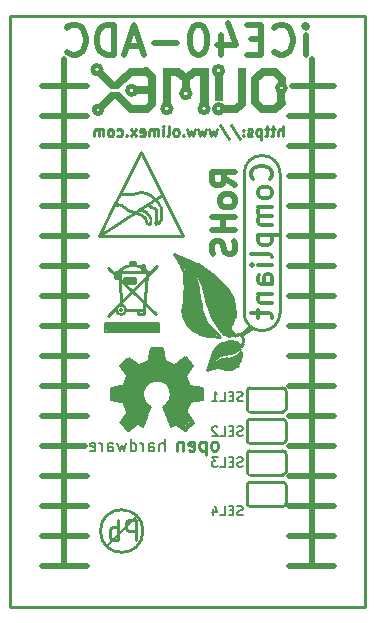
<source format=gbr>
G04 #@! TF.FileFunction,Legend,Bot*
%FSLAX46Y46*%
G04 Gerber Fmt 4.6, Leading zero omitted, Abs format (unit mm)*
G04 Created by KiCad (PCBNEW 4.0.1-3.201512221401+6198~38~ubuntu15.10.1-stable) date Thu 31 Mar 2016 12:50:45 PM EEST*
%MOMM*%
G01*
G04 APERTURE LIST*
%ADD10C,0.100000*%
%ADD11C,0.508000*%
%ADD12C,0.222250*%
%ADD13C,0.254000*%
%ADD14C,1.000000*%
%ADD15C,0.150000*%
%ADD16C,0.370000*%
%ADD17C,0.380000*%
%ADD18C,0.400000*%
%ADD19C,0.420000*%
%ADD20C,0.200000*%
%ADD21C,0.127000*%
%ADD22C,0.700000*%
%ADD23C,0.500000*%
%ADD24C,0.180000*%
%ADD25C,0.350000*%
G04 APERTURE END LIST*
D10*
D11*
X148590000Y-116586000D02*
X152400000Y-116586000D01*
X127635000Y-116586000D02*
X131445000Y-116586000D01*
X127635000Y-75946000D02*
X131445000Y-75946000D01*
X127635000Y-78486000D02*
X131445000Y-78486000D01*
X127635000Y-81026000D02*
X131445000Y-81026000D01*
X127635000Y-83566000D02*
X131445000Y-83566000D01*
X127635000Y-86106000D02*
X131445000Y-86106000D01*
X127635000Y-88646000D02*
X131445000Y-88646000D01*
X127635000Y-91186000D02*
X131445000Y-91186000D01*
X127635000Y-93726000D02*
X131445000Y-93726000D01*
X127635000Y-96266000D02*
X131445000Y-96266000D01*
X127635000Y-98806000D02*
X131445000Y-98806000D01*
X127635000Y-101346000D02*
X131445000Y-101346000D01*
X127635000Y-103886000D02*
X131445000Y-103886000D01*
X127635000Y-106426000D02*
X131318000Y-106426000D01*
X127635000Y-108966000D02*
X131445000Y-108966000D01*
X127635000Y-111506000D02*
X131445000Y-111506000D01*
X127635000Y-114046000D02*
X131445000Y-114046000D01*
X148844000Y-75946000D02*
X152400000Y-75946000D01*
X148590000Y-78486000D02*
X152400000Y-78486000D01*
X148590000Y-81026000D02*
X152400000Y-81026000D01*
X148590000Y-83566000D02*
X152400000Y-83566000D01*
X148590000Y-86106000D02*
X152400000Y-86106000D01*
X148590000Y-88646000D02*
X152400000Y-88646000D01*
X148590000Y-91186000D02*
X152400000Y-91186000D01*
X148590000Y-93726000D02*
X152400000Y-93726000D01*
X148590000Y-96266000D02*
X152400000Y-96266000D01*
X148590000Y-98806000D02*
X152400000Y-98806000D01*
X148590000Y-101346000D02*
X152400000Y-101346000D01*
X148590000Y-103886000D02*
X152400000Y-103886000D01*
X148590000Y-106426000D02*
X152400000Y-106426000D01*
X148590000Y-108966000D02*
X152400000Y-108966000D01*
X148590000Y-111506000D02*
X152400000Y-111506000D01*
X148590000Y-114046000D02*
X152400000Y-114046000D01*
X150495000Y-73660000D02*
X150495000Y-116586000D01*
X129540000Y-116586000D02*
X129540000Y-73660000D01*
D12*
X148060831Y-80158167D02*
X148060831Y-79269167D01*
X147679831Y-80158167D02*
X147679831Y-79692500D01*
X147722165Y-79607833D01*
X147806831Y-79565500D01*
X147933831Y-79565500D01*
X148018498Y-79607833D01*
X148060831Y-79650167D01*
X147383498Y-79565500D02*
X147044832Y-79565500D01*
X147256498Y-79269167D02*
X147256498Y-80031167D01*
X147214165Y-80115833D01*
X147129498Y-80158167D01*
X147044832Y-80158167D01*
X146875498Y-79565500D02*
X146536832Y-79565500D01*
X146748498Y-79269167D02*
X146748498Y-80031167D01*
X146706165Y-80115833D01*
X146621498Y-80158167D01*
X146536832Y-80158167D01*
X146240498Y-79565500D02*
X146240498Y-80454500D01*
X146240498Y-79607833D02*
X146155832Y-79565500D01*
X145986498Y-79565500D01*
X145901832Y-79607833D01*
X145859498Y-79650167D01*
X145817165Y-79734833D01*
X145817165Y-79988833D01*
X145859498Y-80073500D01*
X145901832Y-80115833D01*
X145986498Y-80158167D01*
X146155832Y-80158167D01*
X146240498Y-80115833D01*
X145478499Y-80115833D02*
X145393832Y-80158167D01*
X145224499Y-80158167D01*
X145139832Y-80115833D01*
X145097499Y-80031167D01*
X145097499Y-79988833D01*
X145139832Y-79904167D01*
X145224499Y-79861833D01*
X145351499Y-79861833D01*
X145436165Y-79819500D01*
X145478499Y-79734833D01*
X145478499Y-79692500D01*
X145436165Y-79607833D01*
X145351499Y-79565500D01*
X145224499Y-79565500D01*
X145139832Y-79607833D01*
X144716498Y-80073500D02*
X144674165Y-80115833D01*
X144716498Y-80158167D01*
X144758832Y-80115833D01*
X144716498Y-80073500D01*
X144716498Y-80158167D01*
X144716498Y-79607833D02*
X144674165Y-79650167D01*
X144716498Y-79692500D01*
X144758832Y-79650167D01*
X144716498Y-79607833D01*
X144716498Y-79692500D01*
X143658165Y-79226833D02*
X144420165Y-80369833D01*
X142726832Y-79226833D02*
X143488832Y-80369833D01*
X142515166Y-79565500D02*
X142345833Y-80158167D01*
X142176499Y-79734833D01*
X142007166Y-80158167D01*
X141837833Y-79565500D01*
X141583833Y-79565500D02*
X141414500Y-80158167D01*
X141245166Y-79734833D01*
X141075833Y-80158167D01*
X140906500Y-79565500D01*
X140652500Y-79565500D02*
X140483167Y-80158167D01*
X140313833Y-79734833D01*
X140144500Y-80158167D01*
X139975167Y-79565500D01*
X139636500Y-80073500D02*
X139594167Y-80115833D01*
X139636500Y-80158167D01*
X139678834Y-80115833D01*
X139636500Y-80073500D01*
X139636500Y-80158167D01*
X139086167Y-80158167D02*
X139170834Y-80115833D01*
X139213167Y-80073500D01*
X139255501Y-79988833D01*
X139255501Y-79734833D01*
X139213167Y-79650167D01*
X139170834Y-79607833D01*
X139086167Y-79565500D01*
X138959167Y-79565500D01*
X138874501Y-79607833D01*
X138832167Y-79650167D01*
X138789834Y-79734833D01*
X138789834Y-79988833D01*
X138832167Y-80073500D01*
X138874501Y-80115833D01*
X138959167Y-80158167D01*
X139086167Y-80158167D01*
X138281834Y-80158167D02*
X138366501Y-80115833D01*
X138408834Y-80031167D01*
X138408834Y-79269167D01*
X137943167Y-80158167D02*
X137943167Y-79565500D01*
X137943167Y-79269167D02*
X137985501Y-79311500D01*
X137943167Y-79353833D01*
X137900834Y-79311500D01*
X137943167Y-79269167D01*
X137943167Y-79353833D01*
X137519834Y-80158167D02*
X137519834Y-79565500D01*
X137519834Y-79650167D02*
X137477501Y-79607833D01*
X137392834Y-79565500D01*
X137265834Y-79565500D01*
X137181168Y-79607833D01*
X137138834Y-79692500D01*
X137138834Y-80158167D01*
X137138834Y-79692500D02*
X137096501Y-79607833D01*
X137011834Y-79565500D01*
X136884834Y-79565500D01*
X136800168Y-79607833D01*
X136757834Y-79692500D01*
X136757834Y-80158167D01*
X135995835Y-80115833D02*
X136080501Y-80158167D01*
X136249835Y-80158167D01*
X136334501Y-80115833D01*
X136376835Y-80031167D01*
X136376835Y-79692500D01*
X136334501Y-79607833D01*
X136249835Y-79565500D01*
X136080501Y-79565500D01*
X135995835Y-79607833D01*
X135953501Y-79692500D01*
X135953501Y-79777167D01*
X136376835Y-79861833D01*
X135657168Y-80158167D02*
X135191501Y-79565500D01*
X135657168Y-79565500D02*
X135191501Y-80158167D01*
X134852834Y-80073500D02*
X134810501Y-80115833D01*
X134852834Y-80158167D01*
X134895168Y-80115833D01*
X134852834Y-80073500D01*
X134852834Y-80158167D01*
X134048501Y-80115833D02*
X134133168Y-80158167D01*
X134302501Y-80158167D01*
X134387168Y-80115833D01*
X134429501Y-80073500D01*
X134471835Y-79988833D01*
X134471835Y-79734833D01*
X134429501Y-79650167D01*
X134387168Y-79607833D01*
X134302501Y-79565500D01*
X134133168Y-79565500D01*
X134048501Y-79607833D01*
X133540501Y-80158167D02*
X133625168Y-80115833D01*
X133667501Y-80073500D01*
X133709835Y-79988833D01*
X133709835Y-79734833D01*
X133667501Y-79650167D01*
X133625168Y-79607833D01*
X133540501Y-79565500D01*
X133413501Y-79565500D01*
X133328835Y-79607833D01*
X133286501Y-79650167D01*
X133244168Y-79734833D01*
X133244168Y-79988833D01*
X133286501Y-80073500D01*
X133328835Y-80115833D01*
X133413501Y-80158167D01*
X133540501Y-80158167D01*
X132863168Y-80158167D02*
X132863168Y-79565500D01*
X132863168Y-79650167D02*
X132820835Y-79607833D01*
X132736168Y-79565500D01*
X132609168Y-79565500D01*
X132524502Y-79607833D01*
X132482168Y-79692500D01*
X132482168Y-80158167D01*
X132482168Y-79692500D02*
X132439835Y-79607833D01*
X132355168Y-79565500D01*
X132228168Y-79565500D01*
X132143502Y-79607833D01*
X132101168Y-79692500D01*
X132101168Y-80158167D01*
D11*
X149993048Y-73285048D02*
X149993048Y-71591714D01*
X149993048Y-70745048D02*
X150114000Y-70866000D01*
X149993048Y-70986952D01*
X149872096Y-70866000D01*
X149993048Y-70745048D01*
X149993048Y-70986952D01*
X147332096Y-73043143D02*
X147453048Y-73164095D01*
X147815905Y-73285048D01*
X148057810Y-73285048D01*
X148420667Y-73164095D01*
X148662572Y-72922190D01*
X148783524Y-72680286D01*
X148904476Y-72196476D01*
X148904476Y-71833619D01*
X148783524Y-71349810D01*
X148662572Y-71107905D01*
X148420667Y-70866000D01*
X148057810Y-70745048D01*
X147815905Y-70745048D01*
X147453048Y-70866000D01*
X147332096Y-70986952D01*
X146243524Y-71954571D02*
X145396857Y-71954571D01*
X145034000Y-73285048D02*
X146243524Y-73285048D01*
X146243524Y-70745048D01*
X145034000Y-70745048D01*
X142856858Y-71591714D02*
X142856858Y-73285048D01*
X143461620Y-70624095D02*
X144066381Y-72438381D01*
X142494001Y-72438381D01*
X141042572Y-70745048D02*
X140800667Y-70745048D01*
X140558762Y-70866000D01*
X140437810Y-70986952D01*
X140316857Y-71228857D01*
X140195905Y-71712667D01*
X140195905Y-72317429D01*
X140316857Y-72801238D01*
X140437810Y-73043143D01*
X140558762Y-73164095D01*
X140800667Y-73285048D01*
X141042572Y-73285048D01*
X141284476Y-73164095D01*
X141405429Y-73043143D01*
X141526381Y-72801238D01*
X141647333Y-72317429D01*
X141647333Y-71712667D01*
X141526381Y-71228857D01*
X141405429Y-70986952D01*
X141284476Y-70866000D01*
X141042572Y-70745048D01*
X139107333Y-72317429D02*
X137172095Y-72317429D01*
X136083523Y-72559333D02*
X134874000Y-72559333D01*
X136325428Y-73285048D02*
X135478762Y-70745048D01*
X134632095Y-73285048D01*
X133785428Y-73285048D02*
X133785428Y-70745048D01*
X133180666Y-70745048D01*
X132817809Y-70866000D01*
X132575904Y-71107905D01*
X132454952Y-71349810D01*
X132334000Y-71833619D01*
X132334000Y-72196476D01*
X132454952Y-72680286D01*
X132575904Y-72922190D01*
X132817809Y-73164095D01*
X133180666Y-73285048D01*
X133785428Y-73285048D01*
X129794000Y-73043143D02*
X129914952Y-73164095D01*
X130277809Y-73285048D01*
X130519714Y-73285048D01*
X130882571Y-73164095D01*
X131124476Y-72922190D01*
X131245428Y-72680286D01*
X131366380Y-72196476D01*
X131366380Y-71833619D01*
X131245428Y-71349810D01*
X131124476Y-71107905D01*
X130882571Y-70866000D01*
X130519714Y-70745048D01*
X130277809Y-70745048D01*
X129914952Y-70866000D01*
X129794000Y-70986952D01*
D13*
X125000000Y-120000000D02*
X125000000Y-70000000D01*
X155000000Y-120000000D02*
X125000000Y-120000000D01*
X155000000Y-70000000D02*
X155000000Y-120000000D01*
X125000000Y-70000000D02*
X155000000Y-70000000D01*
X148082000Y-101473000D02*
X145288000Y-101473000D01*
X148336000Y-101727000D02*
X148336000Y-103251000D01*
X145034000Y-101727000D02*
X145034000Y-103251000D01*
X145288000Y-103505000D02*
X148082000Y-103505000D01*
X148336000Y-103251000D02*
G75*
G02X148082000Y-103505000I-254000J0D01*
G01*
X145288000Y-103505000D02*
G75*
G02X145034000Y-103251000I0J254000D01*
G01*
X145034000Y-101727000D02*
G75*
G02X145288000Y-101473000I254000J0D01*
G01*
X148082000Y-101473000D02*
G75*
G02X148336000Y-101727000I0J-254000D01*
G01*
X148082000Y-104140000D02*
X145288000Y-104140000D01*
X148336000Y-104394000D02*
X148336000Y-105918000D01*
X145034000Y-104394000D02*
X145034000Y-105918000D01*
X145288000Y-106172000D02*
X148082000Y-106172000D01*
X148336000Y-105918000D02*
G75*
G02X148082000Y-106172000I-254000J0D01*
G01*
X145288000Y-106172000D02*
G75*
G02X145034000Y-105918000I0J254000D01*
G01*
X145034000Y-104394000D02*
G75*
G02X145288000Y-104140000I254000J0D01*
G01*
X148082000Y-104140000D02*
G75*
G02X148336000Y-104394000I0J-254000D01*
G01*
X148082000Y-106807000D02*
X145288000Y-106807000D01*
X148336000Y-107061000D02*
X148336000Y-108585000D01*
X145034000Y-107061000D02*
X145034000Y-108585000D01*
X145288000Y-108839000D02*
X148082000Y-108839000D01*
X148336000Y-108585000D02*
G75*
G02X148082000Y-108839000I-254000J0D01*
G01*
X145288000Y-108839000D02*
G75*
G02X145034000Y-108585000I0J254000D01*
G01*
X145034000Y-107061000D02*
G75*
G02X145288000Y-106807000I254000J0D01*
G01*
X148082000Y-106807000D02*
G75*
G02X148336000Y-107061000I0J-254000D01*
G01*
X148082000Y-109474000D02*
X145288000Y-109474000D01*
X148336000Y-109728000D02*
X148336000Y-111252000D01*
X145034000Y-109728000D02*
X145034000Y-111252000D01*
X145288000Y-111506000D02*
X148082000Y-111506000D01*
X148336000Y-111252000D02*
G75*
G02X148082000Y-111506000I-254000J0D01*
G01*
X145288000Y-111506000D02*
G75*
G02X145034000Y-111252000I0J254000D01*
G01*
X145034000Y-109728000D02*
G75*
G02X145288000Y-109474000I254000J0D01*
G01*
X148082000Y-109474000D02*
G75*
G02X148336000Y-109728000I0J-254000D01*
G01*
D14*
X136250680Y-103174800D02*
X135917940Y-103906320D01*
X136250680Y-103266240D02*
X135069580Y-104279700D01*
X136136380Y-103129080D02*
X135519160Y-103456740D01*
X135816340Y-102709980D02*
X135206740Y-102816660D01*
X134980680Y-101551740D02*
X135702040Y-101699060D01*
X135221980Y-100858320D02*
X135877300Y-101224080D01*
X136090660Y-99989640D02*
X136509760Y-100576380D01*
X136677400Y-99738180D02*
X136898380Y-100423980D01*
X137942320Y-99722940D02*
X137774680Y-100332540D01*
X138376660Y-99982020D02*
X138201400Y-100340160D01*
X139374880Y-100759260D02*
X138917680Y-101048820D01*
X139550140Y-101239320D02*
X139108180Y-101399340D01*
X139875260Y-102483920D02*
X139169140Y-102356920D01*
X139626340Y-103129080D02*
X139062460Y-102649020D01*
X138960860Y-104028240D02*
X138595100Y-103266240D01*
X134170420Y-101975920D02*
X135638540Y-102062280D01*
X135161020Y-99791520D02*
X136273540Y-100858320D01*
X137426700Y-98734880D02*
X137421620Y-100248720D01*
X139687300Y-99710240D02*
X138625580Y-100817680D01*
X140672820Y-101996240D02*
X139255500Y-101935280D01*
X139636500Y-104200960D02*
X138783060Y-103179880D01*
D15*
X138620500Y-102770940D02*
X138313160Y-103037640D01*
X138950700Y-99857560D02*
X137967720Y-99364800D01*
X136771380Y-103362760D02*
X136893300Y-103078280D01*
X136634220Y-102908100D02*
X136888220Y-103073200D01*
X138135360Y-102905560D02*
X137909300Y-103080820D01*
X138503660Y-102791260D02*
X138244580Y-103129080D01*
X138727180Y-102570280D02*
X138633200Y-102740460D01*
X138727180Y-102570280D02*
X138633200Y-102740460D01*
X138864340Y-101716840D02*
X138732260Y-102539800D01*
X138440160Y-100980240D02*
X138859260Y-101711760D01*
X137568940Y-100550980D02*
X138440160Y-100980240D01*
X136753600Y-100718620D02*
X137568940Y-100558600D01*
X136243060Y-101147880D02*
X136753600Y-100718620D01*
X136009380Y-101820980D02*
X136243060Y-101147880D01*
X136014460Y-102326440D02*
X136014460Y-101808280D01*
X136390380Y-103037640D02*
X136014460Y-102326440D01*
X136568180Y-103159560D02*
X136390380Y-103037640D01*
X139839700Y-99138740D02*
X138955780Y-99860100D01*
X139595860Y-100492560D02*
X140197840Y-99583240D01*
X139600940Y-100487480D02*
X139987020Y-101485700D01*
X141130020Y-101754940D02*
X140014960Y-101508560D01*
X140987780Y-101699060D02*
X140987780Y-102349300D01*
X136611360Y-103101140D02*
X136083040Y-104482900D01*
X136220200Y-104780080D02*
X136606280Y-103799640D01*
X135691880Y-104452420D02*
X136220200Y-104780080D01*
X135008620Y-104785160D02*
X135829040Y-104256840D01*
X135872220Y-104480360D02*
X134995920Y-105100120D01*
X134985760Y-105095040D02*
X134302500Y-104404160D01*
X134589520Y-104320340D02*
X135074660Y-104851200D01*
X134556500Y-102684580D02*
X134937500Y-103665020D01*
X134660640Y-102717600D02*
X133537960Y-102506780D01*
X133522720Y-101528880D02*
X133525260Y-102486460D01*
X133606540Y-102270560D02*
X134713980Y-102494080D01*
X134909560Y-100500180D02*
X134543800Y-101368860D01*
X134294880Y-99618800D02*
X134998460Y-100609400D01*
X134993380Y-98920300D02*
X134299960Y-99611180D01*
X136009380Y-99595940D02*
X134998460Y-98922840D01*
X136695180Y-99209860D02*
X135890000Y-99547680D01*
X136911080Y-98120200D02*
X136685020Y-99291140D01*
X137876280Y-98120200D02*
X136911080Y-98120200D01*
X137886440Y-98127820D02*
X138087100Y-99153980D01*
X138874500Y-99522280D02*
X137970260Y-99143820D01*
X139809220Y-98874580D02*
X138838940Y-99590860D01*
X140495020Y-99590860D02*
X139821920Y-98877120D01*
X140474700Y-99626420D02*
X139880340Y-100479860D01*
X140213080Y-101310440D02*
X139877800Y-100477320D01*
X141282420Y-101508560D02*
X140111480Y-101305360D01*
X141279880Y-101511100D02*
X141279880Y-102496620D01*
X141279880Y-102504240D02*
X140208000Y-102699820D01*
X140517880Y-104411780D02*
X139920980Y-103548180D01*
X139788900Y-105107740D02*
X140510260Y-104414320D01*
X138955780Y-104536240D02*
X139781280Y-105100120D01*
X138943080Y-104546400D02*
X138597640Y-104767380D01*
X138559540Y-104749600D02*
X137909300Y-103080820D01*
D16*
X134993380Y-104940100D02*
X134439660Y-104394000D01*
X135059420Y-103499920D02*
X134439660Y-104386380D01*
X138315700Y-101102160D02*
G75*
G02X138239500Y-102956360I-965200J-889000D01*
G01*
X136364980Y-101274880D02*
G75*
G02X138290300Y-101076760I1061720J-863600D01*
G01*
X136745980Y-103124000D02*
G75*
G02X136375140Y-101259640I746760J1117600D01*
G01*
X136182100Y-104566720D02*
X136756140Y-103126540D01*
X135844280Y-104381300D02*
X136182100Y-104566720D01*
X135008620Y-104947720D02*
X135844280Y-104381300D01*
X134653020Y-102588060D02*
X135059420Y-103499920D01*
X133639560Y-102417880D02*
X134653020Y-102588060D01*
X133639560Y-101582220D02*
X133639560Y-102417880D01*
X134721600Y-101353620D02*
X133639560Y-101582220D01*
X135061960Y-100416360D02*
X134721600Y-101353620D01*
X134444740Y-99626420D02*
X135061960Y-100416360D01*
X134998460Y-99077780D02*
X134444740Y-99623880D01*
X135902700Y-99710240D02*
X134998460Y-99075800D01*
X136817100Y-99265740D02*
X135915400Y-99715320D01*
X137030460Y-98247200D02*
X136817100Y-99265740D01*
X137797540Y-98226880D02*
X137012680Y-98226880D01*
X137789920Y-98239580D02*
X137995660Y-99253040D01*
X138894820Y-99679760D02*
X138049000Y-99273360D01*
X139783820Y-99037140D02*
X138955780Y-99689920D01*
D17*
X140332460Y-99595940D02*
X139832080Y-99062540D01*
D16*
X140322300Y-99618800D02*
X139766040Y-100469700D01*
X140093700Y-101386640D02*
X139745720Y-100520500D01*
X141142720Y-101602540D02*
X140124180Y-101422200D01*
D17*
X141130020Y-101615240D02*
X141135100Y-102402640D01*
D16*
X141140180Y-102392480D02*
X140190220Y-102610920D01*
X140162280Y-102633780D02*
X139804140Y-103517700D01*
X140337540Y-104394000D02*
X139804140Y-103560880D01*
D17*
X140352780Y-104394000D02*
X139788900Y-104932480D01*
D18*
X139776200Y-104932480D02*
X138996420Y-104401620D01*
D16*
X138986260Y-104383840D02*
X138668760Y-104589580D01*
D19*
X138640820Y-104569260D02*
X138089640Y-103146860D01*
D20*
X133256020Y-114762280D02*
X135689340Y-112341660D01*
D13*
X136219037Y-113598960D02*
G75*
G03X136219037Y-113598960I-1802237J0D01*
G01*
D21*
X134493000Y-94869000D02*
G75*
G03X134493000Y-94869000I-127000J0D01*
G01*
D13*
X134239000Y-91567000D02*
G75*
G02X136525000Y-91567000I1143000J-1143000D01*
G01*
X135509000Y-90805000D02*
X135509000Y-90932000D01*
X135509000Y-90932000D02*
X135128000Y-90932000D01*
X135128000Y-90932000D02*
X135128000Y-90805000D01*
X135128000Y-90805000D02*
X135509000Y-90805000D01*
X135382000Y-92329000D02*
X134747000Y-92329000D01*
X135509000Y-92202000D02*
X134620000Y-92202000D01*
X134620000Y-92202000D02*
X134620000Y-92583000D01*
X134620000Y-92583000D02*
X135509000Y-92583000D01*
X135509000Y-92583000D02*
X135509000Y-92202000D01*
X134112000Y-92202000D02*
X134112000Y-91821000D01*
X134112000Y-91821000D02*
X133985000Y-91821000D01*
X133985000Y-91821000D02*
X133985000Y-92202000D01*
X134112000Y-91821000D02*
X134112000Y-91948000D01*
X134112000Y-91694000D02*
X133985000Y-92075000D01*
X134112000Y-91821000D02*
X134112000Y-91948000D01*
X134239000Y-91694000D02*
X134239000Y-92202000D01*
X134239000Y-92202000D02*
X133858000Y-92202000D01*
X133858000Y-92202000D02*
X133858000Y-91694000D01*
X136271000Y-91567000D02*
X136271000Y-91059000D01*
X136271000Y-91059000D02*
X136144000Y-91059000D01*
X136144000Y-91059000D02*
X136144000Y-91567000D01*
X134767609Y-94869000D02*
G75*
G03X134767609Y-94869000I-401609J0D01*
G01*
X134366000Y-94361000D02*
X134239000Y-92329000D01*
X136271000Y-94869000D02*
X136271000Y-95250000D01*
X136271000Y-95250000D02*
X135763000Y-95250000D01*
X135763000Y-95250000D02*
X135763000Y-94996000D01*
X136779000Y-91694000D02*
X133858000Y-91694000D01*
X136271000Y-94869000D02*
X136525000Y-91821000D01*
X136271000Y-94869000D02*
X134874000Y-94869000D01*
X137287000Y-95250000D02*
X133223000Y-91313000D01*
X137414000Y-91186000D02*
X133223000Y-95377000D01*
D15*
X137569200Y-96622400D02*
X133149600Y-96622400D01*
X133149600Y-96520800D02*
X137518400Y-96520800D01*
X137569200Y-96317600D02*
X133098800Y-96317600D01*
X137569200Y-96165200D02*
X133149600Y-96165200D01*
X133098800Y-96419200D02*
X137518400Y-96419200D01*
X133098800Y-96266800D02*
X137518400Y-96266800D01*
X137569200Y-96114400D02*
X133098800Y-96114400D01*
X133098800Y-96012800D02*
X137518400Y-96012800D01*
X133048000Y-96724000D02*
X137620000Y-96724000D01*
X137620000Y-96724000D02*
X137620000Y-95962000D01*
X137620000Y-95962000D02*
X133048000Y-95962000D01*
X133048000Y-95962000D02*
X133048000Y-96724000D01*
D10*
X136537700Y-74371200D02*
X135166100Y-74371200D01*
X135166100Y-74371200D02*
X135115300Y-74371200D01*
X135115300Y-74371200D02*
X133858000Y-75615800D01*
X138061700Y-74485500D02*
X137960100Y-74485500D01*
X137909300Y-74422000D02*
X137909300Y-74409300D01*
X137909300Y-74409300D02*
X139204700Y-74409300D01*
X139204700Y-74409300D02*
X139230100Y-74409300D01*
X139230100Y-74409300D02*
X139852400Y-74904600D01*
X137909300Y-77431900D02*
X137909300Y-74422000D01*
X141566900Y-74472800D02*
X141643100Y-74472800D01*
X141719300Y-74409300D02*
X140474700Y-74409300D01*
X140474700Y-74409300D02*
X139890500Y-74891900D01*
X141719300Y-77406500D02*
X141719300Y-74422000D01*
X142455900Y-77000100D02*
X142367000Y-77000100D01*
X142798800Y-77000100D02*
X142862300Y-77000100D01*
X142938500Y-77063600D02*
X142328900Y-77063600D01*
X142328900Y-77063600D02*
X142303500Y-77063600D01*
X142303500Y-77063600D02*
X142303500Y-75044300D01*
X142938500Y-75044300D02*
X142938500Y-77063600D01*
X144437100Y-74434700D02*
X144322800Y-74434700D01*
X144564100Y-74358500D02*
X144259300Y-74358500D01*
X144259300Y-74358500D02*
X144259300Y-77393800D01*
X144741900Y-74447400D02*
X144805400Y-74434700D01*
X144856200Y-74358500D02*
X144868900Y-74358500D01*
X144868900Y-74358500D02*
X144881600Y-74358500D01*
X144881600Y-74358500D02*
X144881600Y-77508100D01*
X144576800Y-74358500D02*
X144856200Y-74358500D01*
D22*
X144576800Y-77431900D02*
X144576800Y-74701400D01*
X138239500Y-74714100D02*
X138239500Y-77317600D01*
X146354800Y-74701400D02*
X147358100Y-74701400D01*
X145732500Y-75311000D02*
X145732500Y-77241400D01*
X147955000Y-75349100D02*
X147955000Y-75590400D01*
X147955000Y-77317600D02*
X147370800Y-77889100D01*
X147942300Y-77330300D02*
X147942300Y-76568300D01*
X147383500Y-77889100D02*
X146342100Y-77889100D01*
D18*
X135614659Y-76276200D02*
G75*
G03X135614659Y-76276200I-359659J0D01*
G01*
D22*
X135763000Y-76276200D02*
X136982200Y-76276200D01*
D18*
X132680735Y-74536300D02*
G75*
G03X132680735Y-74536300I-359435J0D01*
G01*
D22*
X132689600Y-74891900D02*
X133553200Y-75785600D01*
D23*
X134112000Y-75882500D02*
X133553200Y-75882500D01*
D22*
X135229600Y-74701400D02*
X134137400Y-75768200D01*
X136451500Y-74701400D02*
X135229600Y-74701400D01*
X136982200Y-75184000D02*
X136499600Y-74676000D01*
X136982200Y-75209400D02*
X136982200Y-77444600D01*
X136982200Y-77444600D02*
X136550400Y-77876400D01*
X136550400Y-77876400D02*
X135229600Y-77876400D01*
X135229600Y-77876400D02*
X134086600Y-76758800D01*
D23*
X134086600Y-76657200D02*
X133553200Y-76657200D01*
D22*
X132740400Y-77571600D02*
X133578600Y-76758800D01*
D18*
X132739666Y-77927200D02*
G75*
G03X132739666Y-77927200I-329466J0D01*
G01*
X138602729Y-77838300D02*
G75*
G03X138602729Y-77838300I-363229J0D01*
G01*
D22*
X139141200Y-74726800D02*
X138252200Y-74726800D01*
D18*
X140223318Y-76555600D02*
G75*
G03X140223318Y-76555600I-370918J0D01*
G01*
D22*
X139776200Y-75234800D02*
X139141200Y-74726800D01*
X139852400Y-76022200D02*
X139852400Y-75311000D01*
X140563600Y-74726800D02*
X139954000Y-75234800D01*
X141401800Y-74726800D02*
X140563600Y-74726800D01*
X141401800Y-77317600D02*
X141401800Y-74726800D01*
D18*
X141748759Y-77825600D02*
G75*
G03X141748759Y-77825600I-359659J0D01*
G01*
X142981818Y-74625200D02*
G75*
G03X142981818Y-74625200I-373518J0D01*
G01*
D22*
X142621000Y-75158600D02*
X142621000Y-76758800D01*
D18*
X142987324Y-77851000D02*
G75*
G03X142987324Y-77851000I-366324J0D01*
G01*
D22*
X143133800Y-77876400D02*
X144119600Y-77876400D01*
X144119600Y-77876400D02*
X144576800Y-77419200D01*
X145745200Y-77279500D02*
X146304000Y-77863700D01*
X146354800Y-74714100D02*
X145719800Y-75323700D01*
X147955000Y-75298300D02*
X147447000Y-74790300D01*
D18*
X148279747Y-76073000D02*
G75*
G03X148279747Y-76073000I-337447J0D01*
G01*
D13*
X136017000Y-81534000D02*
X139573000Y-88646000D01*
X139573000Y-88646000D02*
X132461000Y-88646000D01*
X132461000Y-88646000D02*
X133794500Y-85979000D01*
X133794500Y-85979000D02*
X134239000Y-85090000D01*
X134239000Y-85090000D02*
X136017000Y-81534000D01*
X137795000Y-85153500D02*
X132461000Y-88646000D01*
X135420100Y-85090000D02*
X134239000Y-85090000D01*
X133794500Y-85979000D02*
X134112000Y-85979000D01*
X136779000Y-87566500D02*
X136626600Y-87566500D01*
X137731500Y-86169500D02*
X137731500Y-87249000D01*
X137287000Y-87566500D02*
X137287000Y-87439500D01*
X137350500Y-87376000D02*
X137350500Y-86360000D01*
X137350500Y-87376000D02*
X137414000Y-87376000D01*
X135636721Y-85026678D02*
G75*
G02X137223500Y-85534500I466639J-1274902D01*
G01*
X135635915Y-85028114D02*
G75*
G02X135420100Y-85090000I-182795J230214D01*
G01*
X134111301Y-85979474D02*
G75*
G02X134620000Y-86169500I64199J-604046D01*
G01*
X135442461Y-86615576D02*
G75*
G02X134620000Y-86169500I147819J1253796D01*
G01*
X135954708Y-86361166D02*
G75*
G02X136906000Y-87122000I-285688J-1332334D01*
G01*
X136016915Y-86805965D02*
G75*
G02X136588500Y-87566500I-284395J-808795D01*
G01*
X135577275Y-86678493D02*
G75*
G02X136017000Y-86804500I-825195J-3709947D01*
G01*
X136905967Y-87439600D02*
G75*
G02X136779000Y-87566500I-190467J63600D01*
G01*
X136905068Y-87122674D02*
G75*
G02X136906000Y-87439500I-316568J-159346D01*
G01*
X137348935Y-86361845D02*
G75*
G02X136652000Y-85915500I153965J1007685D01*
G01*
X137539549Y-85852142D02*
G75*
G02X137223500Y-85534500I478971J792622D01*
G01*
X137542048Y-85853575D02*
G75*
G02X137731500Y-86169500I-168688J-315925D01*
G01*
X137731500Y-87249000D02*
G75*
G02X137350500Y-87630000I-381000J0D01*
G01*
X137348071Y-87632545D02*
G75*
G02X137287000Y-87566500I2429J63505D01*
G01*
X137287000Y-87439500D02*
G75*
G02X137350500Y-87376000I63500J0D01*
G01*
X137414000Y-87376000D02*
G75*
G02X137541000Y-87503000I0J-127000D01*
G01*
X144780000Y-95123000D02*
X144780000Y-83312000D01*
X147828000Y-83312000D02*
X147828000Y-95123000D01*
X143797020Y-95978980D02*
X143743680Y-96032320D01*
X143743680Y-96751140D02*
X144018000Y-97028000D01*
X138811000Y-90170000D02*
X140926820Y-91036140D01*
X143314420Y-93019880D02*
X143349980Y-93055440D01*
X144018000Y-94924880D02*
X144018000Y-95440500D01*
X138811000Y-90170000D02*
X139430760Y-91031060D01*
X139768580Y-92748100D02*
X139573000Y-94896940D01*
X141089380Y-96946720D02*
X141688820Y-97094040D01*
X142367000Y-97152460D02*
X142748000Y-97152460D01*
X143972280Y-97050860D02*
X144018000Y-97028000D01*
X145288000Y-96393000D02*
X145102580Y-96578420D01*
X140462000Y-91564460D02*
X140809980Y-91846400D01*
X141561820Y-93873320D02*
X141622780Y-94183200D01*
X142892780Y-96738440D02*
X143080740Y-96908620D01*
X142748000Y-97152460D02*
X142745460Y-97149920D01*
X141673580Y-96093280D02*
X141668500Y-96085660D01*
X141165580Y-94818200D02*
X141091920Y-94300040D01*
X140876020Y-92951300D02*
X140462000Y-91564460D01*
X145415000Y-96393000D02*
X144653000Y-96901000D01*
X144190720Y-97028000D02*
X144145000Y-97028000D01*
X145288000Y-96266000D02*
X144797780Y-96756220D01*
X144526000Y-97028000D02*
X144632680Y-97132140D01*
X144660620Y-97782380D02*
X144526000Y-97917000D01*
X144526000Y-97917000D02*
X144106900Y-97619820D01*
X142905480Y-97736660D02*
X142811500Y-97790000D01*
X142166340Y-98511360D02*
X141986000Y-98933000D01*
X141986000Y-98933000D02*
X141605000Y-99949000D01*
X141605000Y-99949000D02*
X142143480Y-99814380D01*
X144205960Y-99634040D02*
X144228820Y-99611180D01*
X144526000Y-98831400D02*
X144526000Y-98475800D01*
X144526000Y-97929700D02*
X144526000Y-97917000D01*
X143334740Y-99009200D02*
X143725900Y-98983800D01*
X139319000Y-90551000D02*
X139956540Y-91564460D01*
D11*
X139956540Y-91564460D02*
X139956540Y-92710000D01*
X139956540Y-92710000D02*
X139827000Y-93726000D01*
X139827000Y-93726000D02*
X139827000Y-95377000D01*
X139827000Y-95377000D02*
X140208000Y-96012000D01*
X140208000Y-96012000D02*
X140716000Y-96520000D01*
X140716000Y-96520000D02*
X141224000Y-96774000D01*
X141224000Y-96774000D02*
X142240000Y-96901000D01*
X142240000Y-96901000D02*
X141605000Y-96393000D01*
X141605000Y-96393000D02*
X141224000Y-95758000D01*
X141224000Y-95758000D02*
X140716000Y-96012000D01*
X140716000Y-96012000D02*
X141224000Y-96393000D01*
X141224000Y-95631000D02*
X140843000Y-94996000D01*
X140843000Y-94996000D02*
X140843000Y-94488000D01*
X140843000Y-94488000D02*
X140843000Y-94361000D01*
X140843000Y-94361000D02*
X140716000Y-93218000D01*
X140716000Y-93218000D02*
X140335000Y-91948000D01*
X140335000Y-91948000D02*
X140208000Y-91440000D01*
X140208000Y-91440000D02*
X140208000Y-96012000D01*
X140208000Y-96012000D02*
X140462000Y-96012000D01*
X140716000Y-96012000D02*
X140462000Y-96012000D01*
X140462000Y-96012000D02*
X140385800Y-91059000D01*
X140843000Y-96139000D02*
X140843000Y-94488000D01*
X139319000Y-90551000D02*
X140208000Y-91059000D01*
X140208000Y-91059000D02*
X140716000Y-91186000D01*
X140716000Y-91186000D02*
X141224000Y-91564460D01*
X141224000Y-91564460D02*
X140843000Y-91564460D01*
X140843000Y-91564460D02*
X139956540Y-91186000D01*
X141351000Y-91694000D02*
X141859000Y-92075000D01*
X141859000Y-92075000D02*
X142240000Y-92329000D01*
X142240000Y-92329000D02*
X143129000Y-93218000D01*
X143129000Y-93218000D02*
X143510000Y-93726000D01*
X143510000Y-93726000D02*
X143764000Y-94615000D01*
X143764000Y-94615000D02*
X143764000Y-95504000D01*
X143764000Y-95504000D02*
X143256000Y-96266000D01*
X143256000Y-96266000D02*
X143383000Y-96647000D01*
X143383000Y-96647000D02*
X143637000Y-96901000D01*
X143637000Y-96901000D02*
X143129000Y-96647000D01*
X143129000Y-96647000D02*
X142621000Y-96139000D01*
X142621000Y-96139000D02*
X142214600Y-95453200D01*
X142214600Y-95453200D02*
X141732000Y-94056200D01*
X141732000Y-94056200D02*
X141732000Y-93446600D01*
X141732000Y-93446600D02*
X141478000Y-92710000D01*
X141478000Y-92710000D02*
X141097000Y-91948000D01*
X141478000Y-92075000D02*
X142113000Y-92837000D01*
X142113000Y-92837000D02*
X141986000Y-92964000D01*
X141986000Y-92964000D02*
X141986000Y-93091000D01*
X141986000Y-93091000D02*
X142113000Y-94234000D01*
X142113000Y-94234000D02*
X142367000Y-95250000D01*
X142367000Y-95250000D02*
X142875000Y-95885000D01*
X142875000Y-95885000D02*
X143002000Y-96012000D01*
X143002000Y-96012000D02*
X143256000Y-95885000D01*
X143256000Y-95885000D02*
X143256000Y-95631000D01*
X143256000Y-95631000D02*
X143383000Y-95250000D01*
X143383000Y-95250000D02*
X143383000Y-94615000D01*
X143383000Y-94615000D02*
X143256000Y-94234000D01*
X143256000Y-94234000D02*
X143129000Y-93726000D01*
X143129000Y-93726000D02*
X142621000Y-93091000D01*
X142621000Y-93091000D02*
X142494000Y-92964000D01*
X142494000Y-92964000D02*
X142367000Y-93091000D01*
X142367000Y-93091000D02*
X142367000Y-93599000D01*
X142367000Y-93599000D02*
X142621000Y-94615000D01*
X142621000Y-94615000D02*
X142621000Y-94869000D01*
X142621000Y-94869000D02*
X142875000Y-95377000D01*
X142875000Y-95377000D02*
X143002000Y-95377000D01*
X143002000Y-95377000D02*
X143129000Y-95250000D01*
X143129000Y-95250000D02*
X143002000Y-94869000D01*
X143002000Y-94869000D02*
X142748000Y-93599000D01*
D13*
X144401540Y-98219260D02*
X144429480Y-98191320D01*
X143332200Y-98602800D02*
X143324580Y-98602800D01*
X143786860Y-97663000D02*
X143764000Y-97663000D01*
X143764000Y-97663000D02*
X143510000Y-97663000D01*
X143510000Y-97663000D02*
X143510000Y-97790000D01*
X143510000Y-97790000D02*
X143510000Y-97917000D01*
X143510000Y-97917000D02*
X144145000Y-97917000D01*
X143510000Y-97790000D02*
X143637000Y-97790000D01*
X143637000Y-97790000D02*
X144018000Y-97790000D01*
X144018000Y-97790000D02*
X144145000Y-97790000D01*
X144145000Y-97790000D02*
X144272000Y-97790000D01*
X143510000Y-97917000D02*
X143510000Y-98298000D01*
X143510000Y-98298000D02*
X143510000Y-98552000D01*
X143510000Y-98552000D02*
X144399000Y-98044000D01*
X143510000Y-98298000D02*
X144018000Y-98298000D01*
X143637000Y-97790000D02*
X143637000Y-98425000D01*
X143764000Y-97663000D02*
X143764000Y-98425000D01*
X143891000Y-97663000D02*
X143891000Y-98425000D01*
X144018000Y-97790000D02*
X144018000Y-98425000D01*
X144145000Y-97790000D02*
X144145000Y-98298000D01*
X143383000Y-98552000D02*
X143383000Y-97663000D01*
X143256000Y-98552000D02*
X143256000Y-97663000D01*
X143129000Y-98552000D02*
X143129000Y-97790000D01*
X143002000Y-98552000D02*
X143002000Y-97790000D01*
X142875000Y-98679000D02*
X142875000Y-97790000D01*
X142748000Y-98679000D02*
X142748000Y-97917000D01*
X142621000Y-98806000D02*
X142621000Y-98044000D01*
X142494000Y-98806000D02*
X142494000Y-98171000D01*
X142367000Y-98933000D02*
X142367000Y-98425000D01*
X142240000Y-99695000D02*
X142240000Y-99568000D01*
X142240000Y-99568000D02*
X142240000Y-99441000D01*
X142240000Y-99441000D02*
X142240000Y-98552000D01*
X142113000Y-98933000D02*
X142113000Y-99695000D01*
X141986000Y-99187000D02*
X141986000Y-99822000D01*
X141859000Y-99314000D02*
X141859000Y-99822000D01*
X142240000Y-99441000D02*
X142748000Y-99441000D01*
X142240000Y-99568000D02*
X142748000Y-99568000D01*
X142748000Y-99187000D02*
X142748000Y-99695000D01*
X142875000Y-99187000D02*
X142875000Y-99695000D01*
X143002000Y-99060000D02*
X143002000Y-99695000D01*
X143129000Y-99060000D02*
X143129000Y-99822000D01*
X143256000Y-99060000D02*
X143256000Y-99822000D01*
X143383000Y-99060000D02*
X143383000Y-99822000D01*
X143510000Y-99060000D02*
X143510000Y-99822000D01*
X143637000Y-99060000D02*
X143637000Y-99822000D01*
X143764000Y-99060000D02*
X143764000Y-99822000D01*
X143891000Y-98983800D02*
X143891000Y-99822000D01*
X144018000Y-98933000D02*
X144018000Y-99695000D01*
X144145000Y-98933000D02*
X144145000Y-99568000D01*
X144272000Y-98806000D02*
X144272000Y-99441000D01*
X144399000Y-98679000D02*
X144399000Y-99187000D01*
X146304000Y-96647000D02*
G75*
G02X144780000Y-95123000I0J1524000D01*
G01*
X144780000Y-83312000D02*
G75*
G02X146304000Y-81788000I1524000J0D01*
G01*
X146304000Y-81788000D02*
G75*
G02X147828000Y-83312000I0J-1524000D01*
G01*
X147828000Y-95123000D02*
G75*
G02X146304000Y-96647000I-1524000J0D01*
G01*
X144020066Y-95440500D02*
G75*
G02X143797020Y-95978980I-761526J0D01*
G01*
X143741140Y-96751140D02*
G75*
G02X143743680Y-96032320I360680J358140D01*
G01*
X140932447Y-91038536D02*
G75*
G02X143314420Y-93019880I-4925607J-8344044D01*
G01*
X143352013Y-93059067D02*
G75*
G02X144018000Y-94924880I-1924813J-1738813D01*
G01*
X139428522Y-91033048D02*
G75*
G02X139768580Y-92748100I-1900222J-1268012D01*
G01*
X141085585Y-96947264D02*
G75*
G02X139573000Y-94896940I760715J2144304D01*
G01*
X142366243Y-97154240D02*
G75*
G02X141688820Y-97094040I-70363J3049780D01*
G01*
X145103559Y-96580451D02*
G75*
G02X144018000Y-97028000I-1083019J1086611D01*
G01*
X140811778Y-91846459D02*
G75*
G02X141561820Y-93873320I-3997218J-2631381D01*
G01*
X142892156Y-96737527D02*
G75*
G02X141622780Y-94183200I4148444J3654147D01*
G01*
X144018069Y-97028845D02*
G75*
G02X143080740Y-96908620I-378529J762845D01*
G01*
X142743765Y-97148359D02*
G75*
G02X141673580Y-96093280I2722035J3831299D01*
G01*
X141665934Y-96081870D02*
G75*
G02X141165580Y-94818200I3545866J2134890D01*
G01*
X140876186Y-92957621D02*
G75*
G02X141091920Y-94300040I-6992786J-1812319D01*
G01*
X145415280Y-96522022D02*
G75*
G02X144190720Y-97028000I-1224560J1228842D01*
G01*
X144797710Y-96759742D02*
G75*
G02X144145000Y-97028000I-650170J653762D01*
G01*
X144631954Y-97132866D02*
G75*
G02X144780000Y-97490280I-357414J-357414D01*
G01*
X144781612Y-97490280D02*
G75*
G02X144660620Y-97782380I-413092J0D01*
G01*
X143662901Y-97534126D02*
G75*
G02X144106900Y-97619820I-501J-1195674D01*
G01*
X142907321Y-97736206D02*
G75*
G02X143662400Y-97536000I755079J-1323794D01*
G01*
X142167511Y-98512000D02*
G75*
G02X142811500Y-97790000I1400909J-601340D01*
G01*
X142146136Y-99813852D02*
G75*
G02X143080740Y-99877880I368184J-1478808D01*
G01*
X143449487Y-99948717D02*
G75*
G02X143080740Y-99877880I-447J992857D01*
G01*
X144206974Y-99635054D02*
G75*
G02X143449040Y-99949000I-757934J757934D01*
G01*
X144502453Y-99031503D02*
G75*
G02X144228820Y-99611180I-1185493J205183D01*
G01*
X144527303Y-98830073D02*
G75*
G02X144503140Y-99029520I-824263J-1327D01*
G01*
X142387066Y-99363205D02*
G75*
G02X143377920Y-99009200I1061974J-1408755D01*
G01*
X144521613Y-98481660D02*
G75*
G02X143725900Y-98983800I-1003993J709440D01*
G01*
X144527791Y-97915212D02*
G75*
G02X144401540Y-98219260I-431051J752D01*
G01*
X144429046Y-98192660D02*
G75*
G02X143332200Y-98602800I-1043506J1118940D01*
G01*
X142293180Y-99109980D02*
G75*
G02X143324580Y-98602800I1127920J-991420D01*
G01*
X143788371Y-97663444D02*
G75*
G02X144399000Y-97917000I-1511J-865696D01*
G01*
D20*
X144652838Y-102558810D02*
X144538552Y-102596905D01*
X144348076Y-102596905D01*
X144271886Y-102558810D01*
X144233790Y-102520714D01*
X144195695Y-102444524D01*
X144195695Y-102368333D01*
X144233790Y-102292143D01*
X144271886Y-102254048D01*
X144348076Y-102215952D01*
X144500457Y-102177857D01*
X144576648Y-102139762D01*
X144614743Y-102101667D01*
X144652838Y-102025476D01*
X144652838Y-101949286D01*
X144614743Y-101873095D01*
X144576648Y-101835000D01*
X144500457Y-101796905D01*
X144309981Y-101796905D01*
X144195695Y-101835000D01*
X143852838Y-102177857D02*
X143586171Y-102177857D01*
X143471885Y-102596905D02*
X143852838Y-102596905D01*
X143852838Y-101796905D01*
X143471885Y-101796905D01*
X142748075Y-102596905D02*
X143129028Y-102596905D01*
X143129028Y-101796905D01*
X142062361Y-102596905D02*
X142519504Y-102596905D01*
X142290933Y-102596905D02*
X142290933Y-101796905D01*
X142367123Y-101911190D01*
X142443314Y-101987381D01*
X142519504Y-102025476D01*
X144652838Y-105479810D02*
X144538552Y-105517905D01*
X144348076Y-105517905D01*
X144271886Y-105479810D01*
X144233790Y-105441714D01*
X144195695Y-105365524D01*
X144195695Y-105289333D01*
X144233790Y-105213143D01*
X144271886Y-105175048D01*
X144348076Y-105136952D01*
X144500457Y-105098857D01*
X144576648Y-105060762D01*
X144614743Y-105022667D01*
X144652838Y-104946476D01*
X144652838Y-104870286D01*
X144614743Y-104794095D01*
X144576648Y-104756000D01*
X144500457Y-104717905D01*
X144309981Y-104717905D01*
X144195695Y-104756000D01*
X143852838Y-105098857D02*
X143586171Y-105098857D01*
X143471885Y-105517905D02*
X143852838Y-105517905D01*
X143852838Y-104717905D01*
X143471885Y-104717905D01*
X142748075Y-105517905D02*
X143129028Y-105517905D01*
X143129028Y-104717905D01*
X142519504Y-104794095D02*
X142481409Y-104756000D01*
X142405218Y-104717905D01*
X142214742Y-104717905D01*
X142138552Y-104756000D01*
X142100456Y-104794095D01*
X142062361Y-104870286D01*
X142062361Y-104946476D01*
X142100456Y-105060762D01*
X142557599Y-105517905D01*
X142062361Y-105517905D01*
X144652838Y-108121410D02*
X144538552Y-108159505D01*
X144348076Y-108159505D01*
X144271886Y-108121410D01*
X144233790Y-108083314D01*
X144195695Y-108007124D01*
X144195695Y-107930933D01*
X144233790Y-107854743D01*
X144271886Y-107816648D01*
X144348076Y-107778552D01*
X144500457Y-107740457D01*
X144576648Y-107702362D01*
X144614743Y-107664267D01*
X144652838Y-107588076D01*
X144652838Y-107511886D01*
X144614743Y-107435695D01*
X144576648Y-107397600D01*
X144500457Y-107359505D01*
X144309981Y-107359505D01*
X144195695Y-107397600D01*
X143852838Y-107740457D02*
X143586171Y-107740457D01*
X143471885Y-108159505D02*
X143852838Y-108159505D01*
X143852838Y-107359505D01*
X143471885Y-107359505D01*
X142748075Y-108159505D02*
X143129028Y-108159505D01*
X143129028Y-107359505D01*
X142557599Y-107359505D02*
X142062361Y-107359505D01*
X142329028Y-107664267D01*
X142214742Y-107664267D01*
X142138552Y-107702362D01*
X142100456Y-107740457D01*
X142062361Y-107816648D01*
X142062361Y-108007124D01*
X142100456Y-108083314D01*
X142138552Y-108121410D01*
X142214742Y-108159505D01*
X142443314Y-108159505D01*
X142519504Y-108121410D01*
X142557599Y-108083314D01*
X144652838Y-112236210D02*
X144538552Y-112274305D01*
X144348076Y-112274305D01*
X144271886Y-112236210D01*
X144233790Y-112198114D01*
X144195695Y-112121924D01*
X144195695Y-112045733D01*
X144233790Y-111969543D01*
X144271886Y-111931448D01*
X144348076Y-111893352D01*
X144500457Y-111855257D01*
X144576648Y-111817162D01*
X144614743Y-111779067D01*
X144652838Y-111702876D01*
X144652838Y-111626686D01*
X144614743Y-111550495D01*
X144576648Y-111512400D01*
X144500457Y-111474305D01*
X144309981Y-111474305D01*
X144195695Y-111512400D01*
X143852838Y-111855257D02*
X143586171Y-111855257D01*
X143471885Y-112274305D02*
X143852838Y-112274305D01*
X143852838Y-111474305D01*
X143471885Y-111474305D01*
X142748075Y-112274305D02*
X143129028Y-112274305D01*
X143129028Y-111474305D01*
X142138552Y-111740971D02*
X142138552Y-112274305D01*
X142329028Y-111436210D02*
X142519504Y-112007638D01*
X142024266Y-112007638D01*
D24*
X138044798Y-106827581D02*
X138044798Y-105827581D01*
X137616226Y-106827581D02*
X137616226Y-106303771D01*
X137663845Y-106208533D01*
X137759083Y-106160914D01*
X137901941Y-106160914D01*
X137997179Y-106208533D01*
X138044798Y-106256152D01*
X136711464Y-106827581D02*
X136711464Y-106303771D01*
X136759083Y-106208533D01*
X136854321Y-106160914D01*
X137044798Y-106160914D01*
X137140036Y-106208533D01*
X136711464Y-106779962D02*
X136806702Y-106827581D01*
X137044798Y-106827581D01*
X137140036Y-106779962D01*
X137187655Y-106684724D01*
X137187655Y-106589486D01*
X137140036Y-106494248D01*
X137044798Y-106446629D01*
X136806702Y-106446629D01*
X136711464Y-106399010D01*
X136235274Y-106827581D02*
X136235274Y-106160914D01*
X136235274Y-106351390D02*
X136187655Y-106256152D01*
X136140036Y-106208533D01*
X136044798Y-106160914D01*
X135949559Y-106160914D01*
X135187654Y-106827581D02*
X135187654Y-105827581D01*
X135187654Y-106779962D02*
X135282892Y-106827581D01*
X135473369Y-106827581D01*
X135568607Y-106779962D01*
X135616226Y-106732343D01*
X135663845Y-106637105D01*
X135663845Y-106351390D01*
X135616226Y-106256152D01*
X135568607Y-106208533D01*
X135473369Y-106160914D01*
X135282892Y-106160914D01*
X135187654Y-106208533D01*
X134806702Y-106160914D02*
X134616226Y-106827581D01*
X134425749Y-106351390D01*
X134235273Y-106827581D01*
X134044797Y-106160914D01*
X133235273Y-106827581D02*
X133235273Y-106303771D01*
X133282892Y-106208533D01*
X133378130Y-106160914D01*
X133568607Y-106160914D01*
X133663845Y-106208533D01*
X133235273Y-106779962D02*
X133330511Y-106827581D01*
X133568607Y-106827581D01*
X133663845Y-106779962D01*
X133711464Y-106684724D01*
X133711464Y-106589486D01*
X133663845Y-106494248D01*
X133568607Y-106446629D01*
X133330511Y-106446629D01*
X133235273Y-106399010D01*
X132759083Y-106827581D02*
X132759083Y-106160914D01*
X132759083Y-106351390D02*
X132711464Y-106256152D01*
X132663845Y-106208533D01*
X132568607Y-106160914D01*
X132473368Y-106160914D01*
X131759082Y-106779962D02*
X131854320Y-106827581D01*
X132044797Y-106827581D01*
X132140035Y-106779962D01*
X132187654Y-106684724D01*
X132187654Y-106303771D01*
X132140035Y-106208533D01*
X132044797Y-106160914D01*
X131854320Y-106160914D01*
X131759082Y-106208533D01*
X131711463Y-106303771D01*
X131711463Y-106399010D01*
X132187654Y-106494248D01*
D13*
X142360297Y-106781379D02*
X142465059Y-106728998D01*
X142517440Y-106676617D01*
X142569821Y-106571855D01*
X142569821Y-106257570D01*
X142517440Y-106152808D01*
X142465059Y-106100427D01*
X142360297Y-106048046D01*
X142203155Y-106048046D01*
X142098393Y-106100427D01*
X142046012Y-106152808D01*
X141993631Y-106257570D01*
X141993631Y-106571855D01*
X142046012Y-106676617D01*
X142098393Y-106728998D01*
X142203155Y-106781379D01*
X142360297Y-106781379D01*
X141522202Y-106048046D02*
X141522202Y-107148046D01*
X141522202Y-106100427D02*
X141417440Y-106048046D01*
X141207917Y-106048046D01*
X141103155Y-106100427D01*
X141050774Y-106152808D01*
X140998393Y-106257570D01*
X140998393Y-106571855D01*
X141050774Y-106676617D01*
X141103155Y-106728998D01*
X141207917Y-106781379D01*
X141417440Y-106781379D01*
X141522202Y-106728998D01*
X140107917Y-106728998D02*
X140212679Y-106781379D01*
X140422202Y-106781379D01*
X140526964Y-106728998D01*
X140579345Y-106624236D01*
X140579345Y-106205189D01*
X140526964Y-106100427D01*
X140422202Y-106048046D01*
X140212679Y-106048046D01*
X140107917Y-106100427D01*
X140055536Y-106205189D01*
X140055536Y-106309950D01*
X140579345Y-106414712D01*
X139584107Y-106048046D02*
X139584107Y-106781379D01*
X139584107Y-106152808D02*
X139531726Y-106100427D01*
X139426964Y-106048046D01*
X139269822Y-106048046D01*
X139165060Y-106100427D01*
X139112679Y-106205189D01*
X139112679Y-106781379D01*
D15*
D13*
X135605068Y-114388328D02*
X135605068Y-112688328D01*
X135033640Y-112688328D01*
X134890782Y-112769280D01*
X134819354Y-112850232D01*
X134747925Y-113012137D01*
X134747925Y-113254994D01*
X134819354Y-113416899D01*
X134890782Y-113497851D01*
X135033640Y-113578804D01*
X135605068Y-113578804D01*
X134105068Y-114388328D02*
X134105068Y-112688328D01*
X134105068Y-113335947D02*
X133962211Y-113254994D01*
X133676497Y-113254994D01*
X133533640Y-113335947D01*
X133462211Y-113416899D01*
X133390782Y-113578804D01*
X133390782Y-114064518D01*
X133462211Y-114226423D01*
X133533640Y-114307375D01*
X133676497Y-114388328D01*
X133962211Y-114388328D01*
X134105068Y-114307375D01*
D23*
X144054082Y-84333366D02*
X143101701Y-83666699D01*
X144054082Y-83190508D02*
X142054082Y-83190508D01*
X142054082Y-83952413D01*
X142149320Y-84142889D01*
X142244558Y-84238128D01*
X142435034Y-84333366D01*
X142720749Y-84333366D01*
X142911225Y-84238128D01*
X143006463Y-84142889D01*
X143101701Y-83952413D01*
X143101701Y-83190508D01*
X144054082Y-85476223D02*
X143958844Y-85285747D01*
X143863606Y-85190508D01*
X143673130Y-85095270D01*
X143101701Y-85095270D01*
X142911225Y-85190508D01*
X142815987Y-85285747D01*
X142720749Y-85476223D01*
X142720749Y-85761937D01*
X142815987Y-85952413D01*
X142911225Y-86047651D01*
X143101701Y-86142889D01*
X143673130Y-86142889D01*
X143863606Y-86047651D01*
X143958844Y-85952413D01*
X144054082Y-85761937D01*
X144054082Y-85476223D01*
X144054082Y-87000032D02*
X142054082Y-87000032D01*
X143006463Y-87000032D02*
X143006463Y-88142890D01*
X144054082Y-88142890D02*
X142054082Y-88142890D01*
X143958844Y-89000032D02*
X144054082Y-89285747D01*
X144054082Y-89761937D01*
X143958844Y-89952413D01*
X143863606Y-90047651D01*
X143673130Y-90142890D01*
X143482653Y-90142890D01*
X143292177Y-90047651D01*
X143196939Y-89952413D01*
X143101701Y-89761937D01*
X143006463Y-89380985D01*
X142911225Y-89190509D01*
X142815987Y-89095270D01*
X142625510Y-89000032D01*
X142435034Y-89000032D01*
X142244558Y-89095270D01*
X142149320Y-89190509D01*
X142054082Y-89380985D01*
X142054082Y-89857175D01*
X142149320Y-90142890D01*
D25*
X146989800Y-83754806D02*
X147074467Y-83670140D01*
X147159133Y-83416140D01*
X147159133Y-83246806D01*
X147074467Y-82992806D01*
X146905133Y-82823473D01*
X146735800Y-82738806D01*
X146397133Y-82654140D01*
X146143133Y-82654140D01*
X145804467Y-82738806D01*
X145635133Y-82823473D01*
X145465800Y-82992806D01*
X145381133Y-83246806D01*
X145381133Y-83416140D01*
X145465800Y-83670140D01*
X145550467Y-83754806D01*
X147159133Y-84770806D02*
X147074467Y-84601473D01*
X146989800Y-84516806D01*
X146820467Y-84432140D01*
X146312467Y-84432140D01*
X146143133Y-84516806D01*
X146058467Y-84601473D01*
X145973800Y-84770806D01*
X145973800Y-85024806D01*
X146058467Y-85194140D01*
X146143133Y-85278806D01*
X146312467Y-85363473D01*
X146820467Y-85363473D01*
X146989800Y-85278806D01*
X147074467Y-85194140D01*
X147159133Y-85024806D01*
X147159133Y-84770806D01*
X147159133Y-86125473D02*
X145973800Y-86125473D01*
X146143133Y-86125473D02*
X146058467Y-86210140D01*
X145973800Y-86379473D01*
X145973800Y-86633473D01*
X146058467Y-86802807D01*
X146227800Y-86887473D01*
X147159133Y-86887473D01*
X146227800Y-86887473D02*
X146058467Y-86972140D01*
X145973800Y-87141473D01*
X145973800Y-87395473D01*
X146058467Y-87564807D01*
X146227800Y-87649473D01*
X147159133Y-87649473D01*
X145973800Y-88496140D02*
X147751800Y-88496140D01*
X146058467Y-88496140D02*
X145973800Y-88665474D01*
X145973800Y-89004140D01*
X146058467Y-89173474D01*
X146143133Y-89258140D01*
X146312467Y-89342807D01*
X146820467Y-89342807D01*
X146989800Y-89258140D01*
X147074467Y-89173474D01*
X147159133Y-89004140D01*
X147159133Y-88665474D01*
X147074467Y-88496140D01*
X147159133Y-90358807D02*
X147074467Y-90189474D01*
X146905133Y-90104807D01*
X145381133Y-90104807D01*
X147159133Y-91036140D02*
X145973800Y-91036140D01*
X145381133Y-91036140D02*
X145465800Y-90951474D01*
X145550467Y-91036140D01*
X145465800Y-91120807D01*
X145381133Y-91036140D01*
X145550467Y-91036140D01*
X147159133Y-92644807D02*
X146227800Y-92644807D01*
X146058467Y-92560141D01*
X145973800Y-92390807D01*
X145973800Y-92052141D01*
X146058467Y-91882807D01*
X147074467Y-92644807D02*
X147159133Y-92475474D01*
X147159133Y-92052141D01*
X147074467Y-91882807D01*
X146905133Y-91798141D01*
X146735800Y-91798141D01*
X146566467Y-91882807D01*
X146481800Y-92052141D01*
X146481800Y-92475474D01*
X146397133Y-92644807D01*
X145973800Y-93491474D02*
X147159133Y-93491474D01*
X146143133Y-93491474D02*
X146058467Y-93576141D01*
X145973800Y-93745474D01*
X145973800Y-93999474D01*
X146058467Y-94168808D01*
X146227800Y-94253474D01*
X147159133Y-94253474D01*
X145973800Y-94846141D02*
X145973800Y-95523475D01*
X145381133Y-95100141D02*
X146905133Y-95100141D01*
X147074467Y-95184808D01*
X147159133Y-95354141D01*
X147159133Y-95523475D01*
M02*

</source>
